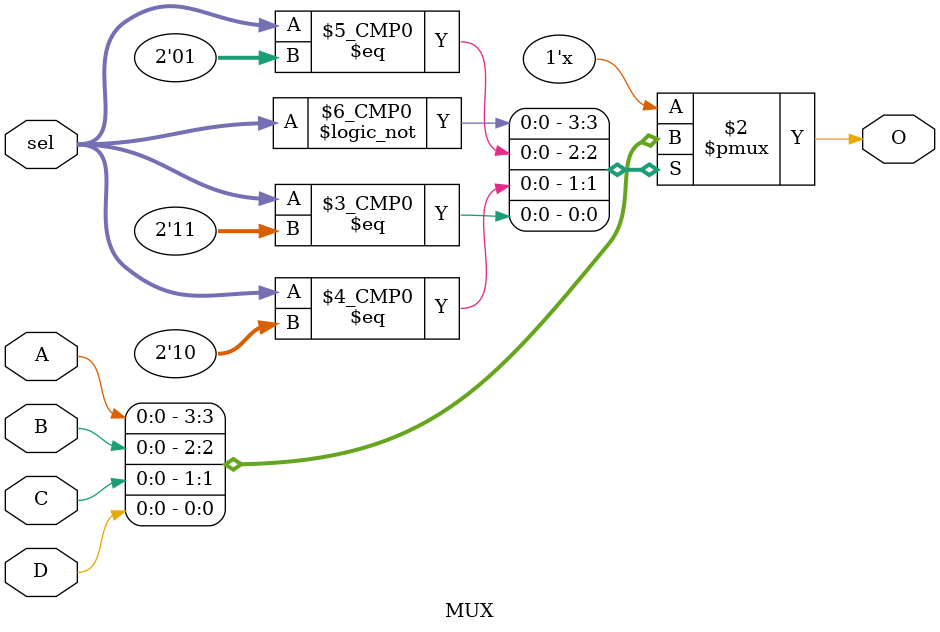
<source format=v>
module MUX(
  input A,
  input B,
  input C,
  input D,
  input [0:1] sel,
  output reg O
  );
always @ (*) begin
  case (sel)
    0: O <= A;
	  1: O <= B;
	  2: O <= C;
	  3: O <= D;
  endcase
end

endmodule
</source>
